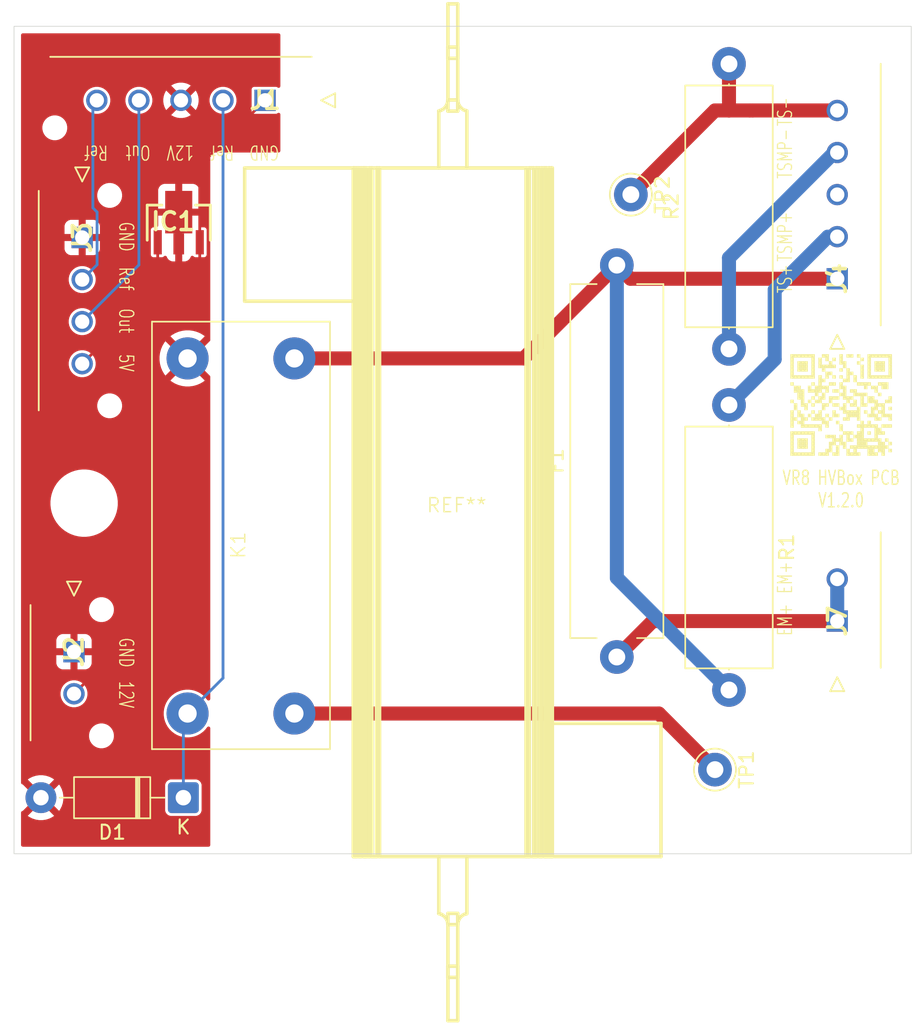
<source format=kicad_pcb>
(kicad_pcb (version 20241229) (generator "pcbnew") (generator_version "9.0")
  (layers (0 "F.Cu" signal) (2 "B.Cu" signal) (13 "F.Paste" user) (15 "B.Paste" user) (5 "F.SilkS" user "F.Silkscreen") (7 "B.SilkS" user "B.Silkscreen") (1 "F.Mask" user) (3 "B.Mask" user) (25 "Edge.Cuts" user))
  (net 0 "")
  (net 1 "TS-")
  (net 2 "TSMP(+)")
  (net 3 "TS+")
  (net 4 "TSMP(-)")
  (net 5 "GND")
  (net 6 "SDC")
  (net 7 "Energy Meter(+)")
  (net 8 "+5V")
  (net 9 "Cur_Out")
  (net 10 "Cur_Ref")
  (net 11 "Discharge")
  (net 12 "+12V")
  (footprint "Resistor_THT:R_Axial_Power_L25.0mm_W6.4mm_P27.94mm" (layer "F.Cu") (at 173.0073 125.886 90)
    (property "Reference" "F1" (at 13.97 -4.32 90) (layer "F.SilkS"))
    (property "Value" "Fuse")
    (pad "1" thru_hole circle (at 0 0 90) (size 2.4 2.4) (drill 1.2) (layers "*.Cu" "*.Mask") (net 7 "Energy Meter(+)"))
    (pad "2" thru_hole circle (at 27.94 0 90) (size 2.4 2.4) (drill 1.2) (layers "*.Cu" "*.Mask") (net 3 "TS+"))
  )
  (footprint "Resistor_THT:R_Axial_DIN0617_L17.0mm_D6.0mm_P20.32mm_Horizontal" (layer "F.Cu") (at 181.0073 107.916 -90)
    (property "Reference" "R1" (at 10.16 -4.12 90) (layer "F.SilkS"))
    (property "Value" "15k")
    (pad "1" thru_hole circle (at 0 0 270) (size 2.4 2.4) (drill 1.2) (layers "*.Cu" "*.Mask") (net 2 "TSMP(+)"))
    (pad "2" thru_hole circle (at 20.32 0 270) (size 2.4 2.4) (drill 1.2) (layers "*.Cu" "*.Mask") (net 3 "TS+"))
  )
  (footprint "Connector_Pin:Pin_D1.0mm_L10.0mm_LooseFit" (layer "F.Cu") (at 174.0073 92.916 90)
    (property "Reference" "TP2" (at 0 2.25 90) (layer "F.SilkS"))
    (property "Value" "TestPoint")
    (pad "1" thru_hole circle (at 0 0 90) (size 2.4 2.4) (drill 1.2) (layers "*.Cu" "*.Mask") (net 1 "TS-"))
  )
  (footprint "custom:HS50" (layer "F.Cu") (at 161.583 115.566)
    (property "Reference" "REF**" (at 0 -0.5 0) (layer "F.SilkS") (effects (font (thickness 0.1))))
    (property "Value" "HS50")
    (pad "" np_thru_hole circle (at -10.975644 -20.35) (size 3.2 3.2) (drill 3.2) (layers "*.Cu" "*.Mask"))
    (pad "" np_thru_hole circle (at 10.424356 19.35) (size 3.2 3.2) (drill 3.2) (layers "*.Cu" "*.Mask"))
  )
  (footprint "Resistor_THT:R_Axial_DIN0617_L17.0mm_D6.0mm_P20.32mm_Horizontal" (layer "F.Cu") (at 181.0073 103.916 90)
    (property "Reference" "R2" (at 10.16 -4.12 90) (layer "F.SilkS"))
    (property "Value" "15k")
    (pad "1" thru_hole circle (at 0 0 90) (size 2.4 2.4) (drill 1.2) (layers "*.Cu" "*.Mask") (net 4 "TSMP(-)"))
    (pad "2" thru_hole circle (at 20.32 0 90) (size 2.4 2.4) (drill 1.2) (layers "*.Cu" "*.Mask") (net 1 "TS-"))
  )
  (footprint "Samacsys:43650-05YY_151617" (layer "F.Cu") (at 188.7294 98.916 -90)
    (property "Reference" "J4" (at 0 0 90) (layer "F.SilkS") (effects (font (size 1.27 1.27) (thickness 0.254))))
    (property "Value" "43650-0516" (hide yes))
    (pad "" np_thru_hole circle (at -15 1.96 270) (size 1.27 1.27) (drill 1.27) (layers "*.Cu" "*.Mask"))
    (pad "" np_thru_hole circle (at 3 1.96 270) (size 1.27 1.27) (drill 1.27) (layers "*.Cu" "*.Mask"))
    (pad "1" thru_hole rect (at 0 0 270) (size 1.52 1.52) (drill 1.02) (layers "*.Cu" "*.Mask") (net 3 "TS+"))
    (pad "2" thru_hole circle (at -3 0 270) (size 1.52 1.52) (drill 1.02) (layers "*.Cu" "*.Mask") (net 2 "TSMP(+)"))
    (pad "3" thru_hole circle (at -6 0 270) (size 1.52 1.52) (drill 1.02) (layers "*.Cu" "*.Mask"))
    (pad "4" thru_hole circle (at -9 0 270) (size 1.52 1.52) (drill 1.02) (layers "*.Cu" "*.Mask") (net 4 "TSMP(-)"))
    (pad "5" thru_hole circle (at -12 0 270) (size 1.52 1.52) (drill 1.02) (layers "*.Cu" "*.Mask") (net 1 "TS-"))
  )
  (footprint "MountingHole:MountingHole_4.3mm_M4" (layer "F.Cu") (at 189.0073 132.916)
    (property "Reference" "H3" (hide yes))
    (property "Value" "MountingHole")
    (pad "" np_thru_hole circle (at 0 0) (size 4.3 4.3) (drill 4.3) (layers "*.Cu" "*.Mask"))
  )
  (footprint "MountingHole:MountingHole_4.3mm_M4" (layer "F.Cu") (at 171.0073 85.916)
    (property "Reference" "H2" (hide yes))
    (property "Value" "MountingHole")
    (pad "" np_thru_hole circle (at 0 0) (size 4.3 4.3) (drill 4.3) (layers "*.Cu" "*.Mask"))
  )
  (footprint "Samacsys:43650-02YY_151617" (layer "F.Cu") (at 134.2852 125.5081 90)
    (property "Reference" "J2" (at 0 0 90) (layer "F.SilkS") (effects (font (size 1.27 1.27) (thickness 0.254))))
    (property "Value" "43650-0216" (hide yes))
    (pad "" np_thru_hole circle (at -6 1.96 90) (size 1.27 1.27) (drill 1.27) (layers "*.Cu" "*.Mask"))
    (pad "" np_thru_hole circle (at 3 1.96 90) (size 1.27 1.27) (drill 1.27) (layers "*.Cu" "*.Mask"))
    (pad "1" thru_hole rect (at 0 0 90) (size 1.52 1.52) (drill 1.02) (layers "*.Cu" "*.Mask") (net 5 "GND"))
    (pad "2" thru_hole circle (at -3 0 90) (size 1.52 1.52) (drill 1.02) (layers "*.Cu" "*.Mask") (net 12 "+12V"))
  )
  (footprint "MountingHole:MountingHole_4.3mm_M4" (layer "F.Cu") (at 135.0073 114.916)
    (property "Reference" "H1" (hide yes))
    (property "Value" "MountingHole")
    (pad "" np_thru_hole circle (at 0 0) (size 4.3 4.3) (drill 4.3) (layers "*.Cu" "*.Mask"))
  )
  (footprint "custom:github" (layer "F.Cu") (at 189.0073 107.916)
    (property "Reference" "QR*****" (hide yes))
    (property "Value" "github" (hide yes))
  )
  (footprint "Connector_Pin:Pin_D1.0mm_L10.0mm_LooseFit" (layer "F.Cu") (at 180.0073 133.916 90)
    (property "Reference" "TP1" (at 0 2.25 90) (layer "F.SilkS"))
    (property "Value" "TestPoint")
    (pad "1" thru_hole circle (at 0 0 90) (size 2.4 2.4) (drill 1.2) (layers "*.Cu" "*.Mask") (net 11 "Discharge"))
  )
  (footprint "Samacsys:43650-02YY_151617" (layer "F.Cu") (at 188.7294 123.3238 -90)
    (property "Reference" "J7" (at 0 0 90) (layer "F.SilkS") (effects (font (size 1.27 1.27) (thickness 0.254))))
    (property "Value" "43650-0216" (hide yes))
    (pad "" np_thru_hole circle (at -6 1.96 270) (size 1.27 1.27) (drill 1.27) (layers "*.Cu" "*.Mask"))
    (pad "" np_thru_hole circle (at 3 1.96 270) (size 1.27 1.27) (drill 1.27) (layers "*.Cu" "*.Mask"))
    (pad "1" thru_hole rect (at 0 0 270) (size 1.52 1.52) (drill 1.02) (layers "*.Cu" "*.Mask") (net 7 "Energy Meter(+)"))
    (pad "2" thru_hole circle (at -3 0 270) (size 1.52 1.52) (drill 1.02) (layers "*.Cu" "*.Mask") (net 7 "Energy Meter(+)"))
  )
  (footprint "HVR1B12:HVR1B12" (layer "F.Cu") (at 146.0073 117.916 90)
    (property "Reference" "K1" (at 0 0 90) (layer "F.SilkS") (effects (font (thickness 0.1))))
    (property "Value" "HVR1B12")
    (pad "1" thru_hole circle (at -12 4 90) (size 3 3) (drill 1.3) (layers "*.Cu" "*.Mask") (net 11 "Discharge"))
    (pad "2" thru_hole circle (at 13.32 4 90) (size 3 3) (drill 1.3) (layers "*.Cu" "*.Mask") (net 3 "TS+"))
    (pad "P1" thru_hole circle (at -12 -3.62 90) (size 3 3) (drill 1.3) (layers "*.Cu" "*.Mask") (net 6 "SDC"))
    (pad "P2" thru_hole circle (at 13.32 -3.62 90) (size 3 3) (drill 1.3) (layers "*.Cu" "*.Mask") (net 5 "GND"))
  )
  (footprint "Samacsys:43650-04YY_151617" (layer "F.Cu") (at 134.87 95.975 90)
    (property "Reference" "J3" (at 0 0 90) (layer "F.SilkS") (effects (font (size 1.27 1.27) (thickness 0.254))))
    (property "Value" "43650-0416" (hide yes))
    (pad "" np_thru_hole circle (at -12 1.96 90) (size 1.27 1.27) (drill 1.27) (layers "*.Cu" "*.Mask"))
    (pad "" np_thru_hole circle (at 3 1.96 90) (size 1.27 1.27) (drill 1.27) (layers "*.Cu" "*.Mask"))
    (pad "1" thru_hole rect (at 0 0 90) (size 1.52 1.52) (drill 1.02) (layers "*.Cu" "*.Mask") (net 5 "GND"))
    (pad "2" thru_hole circle (at -3 0 90) (size 1.52 1.52) (drill 1.02) (layers "*.Cu" "*.Mask") (net 10 "Cur_Ref"))
    (pad "3" thru_hole circle (at -6 0 90) (size 1.52 1.52) (drill 1.02) (layers "*.Cu" "*.Mask") (net 9 "Cur_Out"))
    (pad "4" thru_hole circle (at -9 0 90) (size 1.52 1.52) (drill 1.02) (layers "*.Cu" "*.Mask") (net 8 "+5V"))
  )
  (footprint "Diode_THT:D_DO-41_SOD81_P10.16mm_Horizontal" (layer "F.Cu") (at 142.0873 135.916 180)
    (property "Reference" "D1" (at 5.08 -2.47 0) (layer "F.SilkS"))
    (property "Value" "1N4007")
    (fp_text user "K" (at 0 -2.1 0) (layer "F.SilkS"))
    (pad "1" thru_hole roundrect (at 0 0 180) (size 2.2 2.2) (drill 1.1) (layers "*.Cu" "*.Mask") (roundrect_rratio 0.113636) (net 6 "SDC"))
    (pad "2" thru_hole circle (at 10.16 0 180) (size 2.2 2.2) (drill 1.1) (layers "*.Cu" "*.Mask") (net 5 "GND"))
  )
  (footprint "Samacsys:43650-05YY_151617" (layer "F.Cu") (at 147.9152 86.1939)
    (property "Reference" "J1" (at 0 0 0) (layer "F.SilkS") (effects (font (size 1.27 1.27) (thickness 0.254))))
    (property "Value" "43650-0516" (hide yes))
    (pad "" np_thru_hole circle (at -15 1.96) (size 1.27 1.27) (drill 1.27) (layers "*.Cu" "*.Mask"))
    (pad "" np_thru_hole circle (at 3 1.96) (size 1.27 1.27) (drill 1.27) (layers "*.Cu" "*.Mask"))
    (pad "1" thru_hole rect (at 0 0) (size 1.52 1.52) (drill 1.02) (layers "*.Cu" "*.Mask") (net 12 "+12V"))
    (pad "2" thru_hole circle (at -3 0) (size 1.52 1.52) (drill 1.02) (layers "*.Cu" "*.Mask") (net 6 "SDC"))
    (pad "3" thru_hole circle (at -6 0) (size 1.52 1.52) (drill 1.02) (layers "*.Cu" "*.Mask") (net 5 "GND"))
    (pad "4" thru_hole circle (at -9 0) (size 1.52 1.52) (drill 1.02) (layers "*.Cu" "*.Mask") (net 9 "Cur_Out"))
    (pad "5" thru_hole circle (at -12 0) (size 1.52 1.52) (drill 1.02) (layers "*.Cu" "*.Mask") (net 10 "Cur_Ref"))
  )
  (footprint "Samacsys:DIODES_SOT-89" (layer "F.Cu") (at 141.7573 94.916)
    (property "Reference" "IC1" (at -0.401 -0.08 0) (layer "F.SilkS") (effects (font (size 1.27 1.27) (thickness 0.254))))
    (property "Value" "AS78L05RTR-E1" (hide yes))
    (pad "1" smd rect (at -1.5 1.4) (size 0.58 1.73) (layers "F.Cu" "F.Mask" "F.Paste") (net 8 "+5V"))
    (pad "2" smd rect (at 0 -0.75) (size 1.933 3.03) (layers "F.Cu" "F.Mask" "F.Paste") (net 5 "GND"))
    (pad "2" smd rect (at 0 1.515) (size 0.76 1.5) (layers "F.Cu" "F.Mask" "F.Paste") (net 5 "GND"))
    (pad "3" smd rect (at 1.5 1.4) (size 0.58 1.73) (layers "F.Cu" "F.Mask" "F.Paste") (net 12 "+12V"))
  )
  (gr_rect (start 130.007333 80.916) (end 194.007333 139.916) (stroke (width 0.05)) (fill no) (layer "Edge.Cuts"))
  (gr_text "Out" (at 138.007333 101.916 270) (layer "F.SilkS") (effects (font (size 1 0.7) (thickness 0.0875))))
  (gr_text "GND" (at 138.007333 95.916 270) (layer "F.SilkS") (effects (font (size 1 0.7) (thickness 0.0875))))
  (gr_text "EM+" (at 185.007333 120.232867 90) (layer "F.SilkS") (effects (font (size 1 0.7) (thickness 0.0875))))
  (gr_text "GND" (at 147.857466 89.916033 180) (layer "F.SilkS") (effects (font (size 1 0.7) (thickness 0.0875))))
  (gr_text "Out" (at 138.857466 89.916033 180) (layer "F.SilkS") (effects (font (size 1 0.7) (thickness 0.0875))))
  (gr_text "TS+" (at 185.007366 98.916 90) (layer "F.SilkS") (effects (font (size 1 0.7) (thickness 0.0875))))
  (gr_text "VR8 HVBox PCB\nV1.2.0" (at 189.007333 113.916 0) (layer "F.SilkS") (effects (font (size 1 0.7) (thickness 0.1))))
  (gr_text "Ref" (at 135.857466 89.916033 180) (layer "F.SilkS") (effects (font (size 1 0.7) (thickness 0.0875))))
  (gr_text "12V" (at 138.007333 128.5708 270) (layer "F.SilkS") (effects (font (size 1 0.7) (thickness 0.0875))))
  (gr_text "GND" (at 138.007333 125.5708 270) (layer "F.SilkS") (effects (font (size 1 0.7) (thickness 0.0875))))
  (gr_text "EM+" (at 185.007333 123.232867 90) (layer "F.SilkS") (effects (font (size 1 0.7) (thickness 0.0875))))
  (gr_text "TSMP-" (at 185.007366 90.0082 90) (layer "F.SilkS") (effects (font (size 1 0.7) (thickness 0.0875))))
  (gr_text "Ref" (at 144.857466 89.916033 180) (layer "F.SilkS") (effects (font (size 1 0.7) (thickness 0.0875))))
  (gr_text "5V" (at 138.007333 104.916 270) (layer "F.SilkS") (effects (font (size 1 0.7) (thickness 0.0875))))
  (gr_text "TS-" (at 185.007366 87.0082 90) (layer "F.SilkS") (effects (font (size 1 0.7) (thickness 0.0875))))
  (gr_text "12V" (at 141.857466 89.916033 180) (layer "F.SilkS") (effects (font (size 1 0.7) (thickness 0.0875))))
  (gr_text "Ref" (at 138.007333 98.916 270) (layer "F.SilkS") (effects (font (size 1 0.7) (thickness 0.0875))))
  (gr_text "TSMP+" (at 185.007333 95.916 90) (layer "F.SilkS") (effects (font (size 1 0.7) (thickness 0.0875))))
  (segment (start 188.7294 86.916) (end 182.6959 86.916) (width 1) (layer "F.Cu") (net 1))
  (segment (start 182.4889 86.916) (end 181.0073 86.916) (width 1) (layer "F.Cu") (net 1))
  (segment (start 182.6959 86.916) (end 182.4889 86.916) (width 1) (layer "F.Cu") (net 1))
  (segment (start 181.0073 86.916) (end 180.0073 86.916) (width 1) (layer "F.Cu") (net 1))
  (segment (start 180.0073 86.916) (end 174.0073 92.916) (width 1) (layer "F.Cu") (net 1))
  (segment (start 181.0073 86.916) (end 181.0073 83.596) (width 1) (layer "F.Cu") (net 1))
  (segment (start 184.2658 99.716) (end 184.2658 104.6575) (width 1) (layer "B.Cu") (net 2))
  (segment (start 188.0658 95.916) (end 184.2658 99.716) (width 1) (layer "B.Cu") (net 2))
  (segment (start 184.2658 104.6575) (end 181.0073 107.916) (width 1) (layer "B.Cu") (net 2))
  (segment (start 188.7294 95.916) (end 188.0658 95.916) (width 1) (layer "B.Cu") (net 2))
  (segment (start 150.0073 104.596) (end 166.3573 104.596) (width 1) (layer "F.Cu") (net 3))
  (segment (start 166.3573 104.596) (end 173.0073 97.946) (width 1) (layer "F.Cu") (net 3))
  (segment (start 173.9773 98.916) (end 188.7294 98.916) (width 1) (layer "F.Cu") (net 3))
  (segment (start 173.0073 97.946) (end 173.9773 98.916) (width 1) (layer "F.Cu") (net 3))
  (segment (start 173.0073 120.236) (end 173.0073 97.946) (width 1) (layer "B.Cu") (net 3))
  (segment (start 181.0073 128.236) (end 173.0073 120.236) (width 1) (layer "B.Cu") (net 3))
  (segment (start 181.0073 97.4234) (end 181.0073 103.916) (width 1) (layer "B.Cu") (net 4))
  (segment (start 188.5147 89.916) (end 181.0073 97.4234) (width 1) (layer "B.Cu") (net 4))
  (segment (start 188.7294 89.916) (end 188.5147 89.916) (width 1) (layer "B.Cu") (net 4))
  (segment (start 142.3873 129.916) (end 144.9152 127.3881) (width 0.2) (layer "B.Cu") (net 6))
  (segment (start 144.9152 127.3881) (end 144.9152 86.1939) (width 0.2) (layer "B.Cu") (net 6))
  (segment (start 142.0873 135.916) (end 142.0873 130.216) (width 0.2) (layer "B.Cu") (net 6))
  (segment (start 142.0873 130.216) (end 142.3873 129.916) (width 0.2) (layer "B.Cu") (net 6))
  (segment (start 175.5695 123.3238) (end 188.7294 123.3238) (width 1) (layer "F.Cu") (net 7))
  (segment (start 173.0073 125.886) (end 175.5695 123.3238) (width 1) (layer "F.Cu") (net 7))
  (segment (start 188.7294 123.3238) (end 188.7294 120.3238) (width 1) (layer "B.Cu") (net 7))
  (segment (start 140.2573 96.316) (end 140.2573 99.5877) (width 0.2) (layer "F.Cu") (net 8))
  (segment (start 140.2573 99.5877) (end 134.87 104.975) (width 0.2) (layer "F.Cu") (net 8))
  (segment (start 138.9152 86.1939) (end 138.9152 97.9298) (width 0.2) (layer "B.Cu") (net 9))
  (segment (start 138.9152 97.9298) (end 134.87 101.975) (width 0.2) (layer "B.Cu") (net 9))
  (segment (start 135.9317 94.1617) (end 135.9317 97.9133) (width 0.2) (layer "B.Cu") (net 10))
  (segment (start 135.6328 93.8628) (end 135.9317 94.1617) (width 0.2) (layer "B.Cu") (net 10))
  (segment (start 135.9152 86.1939) (end 135.6328 86.4763) (width 0.2) (layer "B.Cu") (net 10))
  (segment (start 135.6328 86.4763) (end 135.6328 93.8628) (width 0.2) (layer "B.Cu") (net 10))
  (segment (start 135.9317 97.9133) (end 134.87 98.975) (width 0.2) (layer "B.Cu") (net 10))
  (segment (start 180.0073 133.916) (end 176.0073 129.916) (width 1) (layer "F.Cu") (net 11))
  (segment (start 176.0073 129.916) (end 150.0073 129.916) (width 1) (layer "F.Cu") (net 11))
  (segment (start 147.9152 86.1939) (end 143.2573 90.8518) (width 0.2) (layer "F.Cu") (net 12))
  (segment (start 143.2573 90.8518) (end 143.2573 96.316) (width 0.2) (layer "F.Cu") (net 12))
  (segment (start 138.8998 123.8935) (end 134.2852 128.5081) (width 0.2) (layer "F.Cu") (net 12))
  (segment (start 143.2573 96.316) (end 143.2573 100.7215) (width 0.2) (layer "F.Cu") (net 12))
  (segment (start 138.8998 105.079) (end 138.8998 123.8935) (width 0.2) (layer "F.Cu") (net 12))
  (segment (start 143.2573 100.7215) (end 138.8998 105.079) (width 0.2) (layer "F.Cu") (net 12))
  (zone (net 5) (net_name "GND") (layer "F.Cu") (connect_pads (clearance 0)) (min_thickness 0.25) (fill yes (thermal_gap 0.5) (thermal_bridge_width 0.5))
    (polygon (pts (xy 129.007333 79.916) (xy 129.007333 140.916) (xy 144.007333 140.916) (xy 144.007333 89.916) (xy 149.007333 89.916) (xy 149.007333 79.916)))
  )
)
</source>
